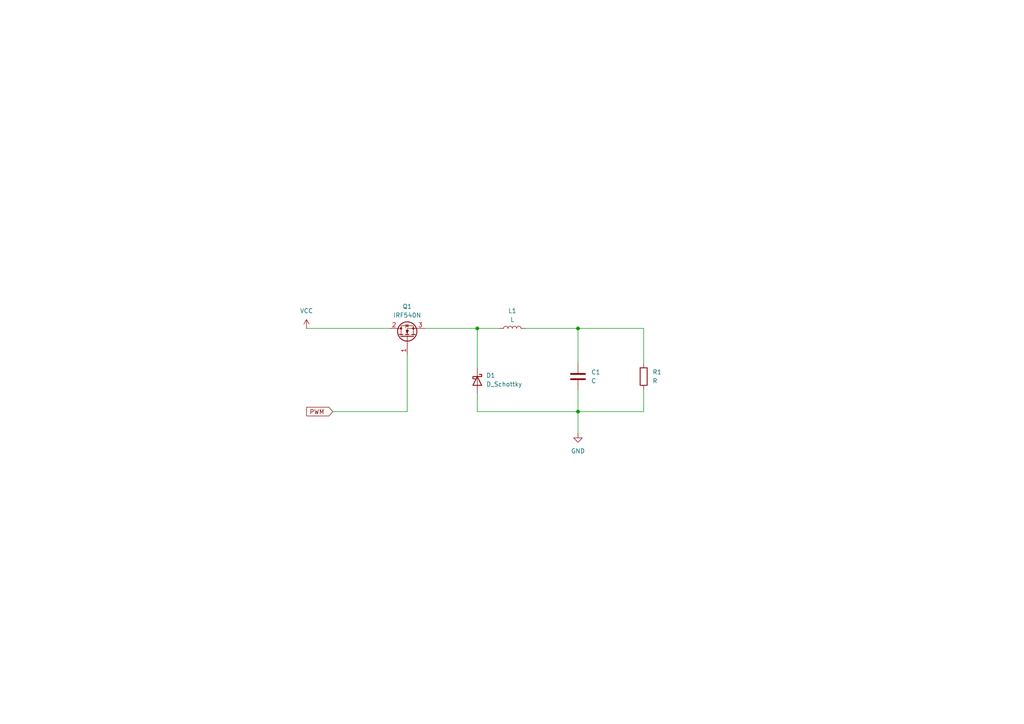
<source format=kicad_sch>
(kicad_sch
	(version 20231120)
	(generator "eeschema")
	(generator_version "8.0")
	(uuid "b0d36cf7-3d41-491b-9ba3-da7e4c676f04")
	(paper "A4")
	(lib_symbols
		(symbol "Device:C"
			(pin_numbers hide)
			(pin_names
				(offset 0.254)
			)
			(exclude_from_sim no)
			(in_bom yes)
			(on_board yes)
			(property "Reference" "C"
				(at 0.635 2.54 0)
				(effects
					(font
						(size 1.27 1.27)
					)
					(justify left)
				)
			)
			(property "Value" "C"
				(at 0.635 -2.54 0)
				(effects
					(font
						(size 1.27 1.27)
					)
					(justify left)
				)
			)
			(property "Footprint" ""
				(at 0.9652 -3.81 0)
				(effects
					(font
						(size 1.27 1.27)
					)
					(hide yes)
				)
			)
			(property "Datasheet" "~"
				(at 0 0 0)
				(effects
					(font
						(size 1.27 1.27)
					)
					(hide yes)
				)
			)
			(property "Description" "Unpolarized capacitor"
				(at 0 0 0)
				(effects
					(font
						(size 1.27 1.27)
					)
					(hide yes)
				)
			)
			(property "ki_keywords" "cap capacitor"
				(at 0 0 0)
				(effects
					(font
						(size 1.27 1.27)
					)
					(hide yes)
				)
			)
			(property "ki_fp_filters" "C_*"
				(at 0 0 0)
				(effects
					(font
						(size 1.27 1.27)
					)
					(hide yes)
				)
			)
			(symbol "C_0_1"
				(polyline
					(pts
						(xy -2.032 -0.762) (xy 2.032 -0.762)
					)
					(stroke
						(width 0.508)
						(type default)
					)
					(fill
						(type none)
					)
				)
				(polyline
					(pts
						(xy -2.032 0.762) (xy 2.032 0.762)
					)
					(stroke
						(width 0.508)
						(type default)
					)
					(fill
						(type none)
					)
				)
			)
			(symbol "C_1_1"
				(pin passive line
					(at 0 3.81 270)
					(length 2.794)
					(name "~"
						(effects
							(font
								(size 1.27 1.27)
							)
						)
					)
					(number "1"
						(effects
							(font
								(size 1.27 1.27)
							)
						)
					)
				)
				(pin passive line
					(at 0 -3.81 90)
					(length 2.794)
					(name "~"
						(effects
							(font
								(size 1.27 1.27)
							)
						)
					)
					(number "2"
						(effects
							(font
								(size 1.27 1.27)
							)
						)
					)
				)
			)
		)
		(symbol "Device:D_Schottky"
			(pin_numbers hide)
			(pin_names
				(offset 1.016) hide)
			(exclude_from_sim no)
			(in_bom yes)
			(on_board yes)
			(property "Reference" "D"
				(at 0 2.54 0)
				(effects
					(font
						(size 1.27 1.27)
					)
				)
			)
			(property "Value" "D_Schottky"
				(at 0 -2.54 0)
				(effects
					(font
						(size 1.27 1.27)
					)
				)
			)
			(property "Footprint" ""
				(at 0 0 0)
				(effects
					(font
						(size 1.27 1.27)
					)
					(hide yes)
				)
			)
			(property "Datasheet" "~"
				(at 0 0 0)
				(effects
					(font
						(size 1.27 1.27)
					)
					(hide yes)
				)
			)
			(property "Description" "Schottky diode"
				(at 0 0 0)
				(effects
					(font
						(size 1.27 1.27)
					)
					(hide yes)
				)
			)
			(property "ki_keywords" "diode Schottky"
				(at 0 0 0)
				(effects
					(font
						(size 1.27 1.27)
					)
					(hide yes)
				)
			)
			(property "ki_fp_filters" "TO-???* *_Diode_* *SingleDiode* D_*"
				(at 0 0 0)
				(effects
					(font
						(size 1.27 1.27)
					)
					(hide yes)
				)
			)
			(symbol "D_Schottky_0_1"
				(polyline
					(pts
						(xy 1.27 0) (xy -1.27 0)
					)
					(stroke
						(width 0)
						(type default)
					)
					(fill
						(type none)
					)
				)
				(polyline
					(pts
						(xy 1.27 1.27) (xy 1.27 -1.27) (xy -1.27 0) (xy 1.27 1.27)
					)
					(stroke
						(width 0.254)
						(type default)
					)
					(fill
						(type none)
					)
				)
				(polyline
					(pts
						(xy -1.905 0.635) (xy -1.905 1.27) (xy -1.27 1.27) (xy -1.27 -1.27) (xy -0.635 -1.27) (xy -0.635 -0.635)
					)
					(stroke
						(width 0.254)
						(type default)
					)
					(fill
						(type none)
					)
				)
			)
			(symbol "D_Schottky_1_1"
				(pin passive line
					(at -3.81 0 0)
					(length 2.54)
					(name "K"
						(effects
							(font
								(size 1.27 1.27)
							)
						)
					)
					(number "1"
						(effects
							(font
								(size 1.27 1.27)
							)
						)
					)
				)
				(pin passive line
					(at 3.81 0 180)
					(length 2.54)
					(name "A"
						(effects
							(font
								(size 1.27 1.27)
							)
						)
					)
					(number "2"
						(effects
							(font
								(size 1.27 1.27)
							)
						)
					)
				)
			)
		)
		(symbol "Device:L"
			(pin_numbers hide)
			(pin_names
				(offset 1.016) hide)
			(exclude_from_sim no)
			(in_bom yes)
			(on_board yes)
			(property "Reference" "L"
				(at -1.27 0 90)
				(effects
					(font
						(size 1.27 1.27)
					)
				)
			)
			(property "Value" "L"
				(at 1.905 0 90)
				(effects
					(font
						(size 1.27 1.27)
					)
				)
			)
			(property "Footprint" ""
				(at 0 0 0)
				(effects
					(font
						(size 1.27 1.27)
					)
					(hide yes)
				)
			)
			(property "Datasheet" "~"
				(at 0 0 0)
				(effects
					(font
						(size 1.27 1.27)
					)
					(hide yes)
				)
			)
			(property "Description" "Inductor"
				(at 0 0 0)
				(effects
					(font
						(size 1.27 1.27)
					)
					(hide yes)
				)
			)
			(property "ki_keywords" "inductor choke coil reactor magnetic"
				(at 0 0 0)
				(effects
					(font
						(size 1.27 1.27)
					)
					(hide yes)
				)
			)
			(property "ki_fp_filters" "Choke_* *Coil* Inductor_* L_*"
				(at 0 0 0)
				(effects
					(font
						(size 1.27 1.27)
					)
					(hide yes)
				)
			)
			(symbol "L_0_1"
				(arc
					(start 0 -2.54)
					(mid 0.6323 -1.905)
					(end 0 -1.27)
					(stroke
						(width 0)
						(type default)
					)
					(fill
						(type none)
					)
				)
				(arc
					(start 0 -1.27)
					(mid 0.6323 -0.635)
					(end 0 0)
					(stroke
						(width 0)
						(type default)
					)
					(fill
						(type none)
					)
				)
				(arc
					(start 0 0)
					(mid 0.6323 0.635)
					(end 0 1.27)
					(stroke
						(width 0)
						(type default)
					)
					(fill
						(type none)
					)
				)
				(arc
					(start 0 1.27)
					(mid 0.6323 1.905)
					(end 0 2.54)
					(stroke
						(width 0)
						(type default)
					)
					(fill
						(type none)
					)
				)
			)
			(symbol "L_1_1"
				(pin passive line
					(at 0 3.81 270)
					(length 1.27)
					(name "1"
						(effects
							(font
								(size 1.27 1.27)
							)
						)
					)
					(number "1"
						(effects
							(font
								(size 1.27 1.27)
							)
						)
					)
				)
				(pin passive line
					(at 0 -3.81 90)
					(length 1.27)
					(name "2"
						(effects
							(font
								(size 1.27 1.27)
							)
						)
					)
					(number "2"
						(effects
							(font
								(size 1.27 1.27)
							)
						)
					)
				)
			)
		)
		(symbol "Device:R"
			(pin_numbers hide)
			(pin_names
				(offset 0)
			)
			(exclude_from_sim no)
			(in_bom yes)
			(on_board yes)
			(property "Reference" "R"
				(at 2.032 0 90)
				(effects
					(font
						(size 1.27 1.27)
					)
				)
			)
			(property "Value" "R"
				(at 0 0 90)
				(effects
					(font
						(size 1.27 1.27)
					)
				)
			)
			(property "Footprint" ""
				(at -1.778 0 90)
				(effects
					(font
						(size 1.27 1.27)
					)
					(hide yes)
				)
			)
			(property "Datasheet" "~"
				(at 0 0 0)
				(effects
					(font
						(size 1.27 1.27)
					)
					(hide yes)
				)
			)
			(property "Description" "Resistor"
				(at 0 0 0)
				(effects
					(font
						(size 1.27 1.27)
					)
					(hide yes)
				)
			)
			(property "ki_keywords" "R res resistor"
				(at 0 0 0)
				(effects
					(font
						(size 1.27 1.27)
					)
					(hide yes)
				)
			)
			(property "ki_fp_filters" "R_*"
				(at 0 0 0)
				(effects
					(font
						(size 1.27 1.27)
					)
					(hide yes)
				)
			)
			(symbol "R_0_1"
				(rectangle
					(start -1.016 -2.54)
					(end 1.016 2.54)
					(stroke
						(width 0.254)
						(type default)
					)
					(fill
						(type none)
					)
				)
			)
			(symbol "R_1_1"
				(pin passive line
					(at 0 3.81 270)
					(length 1.27)
					(name "~"
						(effects
							(font
								(size 1.27 1.27)
							)
						)
					)
					(number "1"
						(effects
							(font
								(size 1.27 1.27)
							)
						)
					)
				)
				(pin passive line
					(at 0 -3.81 90)
					(length 1.27)
					(name "~"
						(effects
							(font
								(size 1.27 1.27)
							)
						)
					)
					(number "2"
						(effects
							(font
								(size 1.27 1.27)
							)
						)
					)
				)
			)
		)
		(symbol "Transistor_FET:IRF540N"
			(pin_names hide)
			(exclude_from_sim no)
			(in_bom yes)
			(on_board yes)
			(property "Reference" "Q"
				(at 5.08 1.905 0)
				(effects
					(font
						(size 1.27 1.27)
					)
					(justify left)
				)
			)
			(property "Value" "IRF540N"
				(at 5.08 0 0)
				(effects
					(font
						(size 1.27 1.27)
					)
					(justify left)
				)
			)
			(property "Footprint" "Package_TO_SOT_THT:TO-220-3_Vertical"
				(at 5.08 -1.905 0)
				(effects
					(font
						(size 1.27 1.27)
						(italic yes)
					)
					(justify left)
					(hide yes)
				)
			)
			(property "Datasheet" "http://www.irf.com/product-info/datasheets/data/irf540n.pdf"
				(at 5.08 -3.81 0)
				(effects
					(font
						(size 1.27 1.27)
					)
					(justify left)
					(hide yes)
				)
			)
			(property "Description" "33A Id, 100V Vds, HEXFET N-Channel MOSFET, TO-220"
				(at 0 0 0)
				(effects
					(font
						(size 1.27 1.27)
					)
					(hide yes)
				)
			)
			(property "ki_keywords" "HEXFET N-Channel MOSFET"
				(at 0 0 0)
				(effects
					(font
						(size 1.27 1.27)
					)
					(hide yes)
				)
			)
			(property "ki_fp_filters" "TO?220*"
				(at 0 0 0)
				(effects
					(font
						(size 1.27 1.27)
					)
					(hide yes)
				)
			)
			(symbol "IRF540N_0_1"
				(polyline
					(pts
						(xy 0.254 0) (xy -2.54 0)
					)
					(stroke
						(width 0)
						(type default)
					)
					(fill
						(type none)
					)
				)
				(polyline
					(pts
						(xy 0.254 1.905) (xy 0.254 -1.905)
					)
					(stroke
						(width 0.254)
						(type default)
					)
					(fill
						(type none)
					)
				)
				(polyline
					(pts
						(xy 0.762 -1.27) (xy 0.762 -2.286)
					)
					(stroke
						(width 0.254)
						(type default)
					)
					(fill
						(type none)
					)
				)
				(polyline
					(pts
						(xy 0.762 0.508) (xy 0.762 -0.508)
					)
					(stroke
						(width 0.254)
						(type default)
					)
					(fill
						(type none)
					)
				)
				(polyline
					(pts
						(xy 0.762 2.286) (xy 0.762 1.27)
					)
					(stroke
						(width 0.254)
						(type default)
					)
					(fill
						(type none)
					)
				)
				(polyline
					(pts
						(xy 2.54 2.54) (xy 2.54 1.778)
					)
					(stroke
						(width 0)
						(type default)
					)
					(fill
						(type none)
					)
				)
				(polyline
					(pts
						(xy 2.54 -2.54) (xy 2.54 0) (xy 0.762 0)
					)
					(stroke
						(width 0)
						(type default)
					)
					(fill
						(type none)
					)
				)
				(polyline
					(pts
						(xy 0.762 -1.778) (xy 3.302 -1.778) (xy 3.302 1.778) (xy 0.762 1.778)
					)
					(stroke
						(width 0)
						(type default)
					)
					(fill
						(type none)
					)
				)
				(polyline
					(pts
						(xy 1.016 0) (xy 2.032 0.381) (xy 2.032 -0.381) (xy 1.016 0)
					)
					(stroke
						(width 0)
						(type default)
					)
					(fill
						(type outline)
					)
				)
				(polyline
					(pts
						(xy 2.794 0.508) (xy 2.921 0.381) (xy 3.683 0.381) (xy 3.81 0.254)
					)
					(stroke
						(width 0)
						(type default)
					)
					(fill
						(type none)
					)
				)
				(polyline
					(pts
						(xy 3.302 0.381) (xy 2.921 -0.254) (xy 3.683 -0.254) (xy 3.302 0.381)
					)
					(stroke
						(width 0)
						(type default)
					)
					(fill
						(type none)
					)
				)
				(circle
					(center 1.651 0)
					(radius 2.794)
					(stroke
						(width 0.254)
						(type default)
					)
					(fill
						(type none)
					)
				)
				(circle
					(center 2.54 -1.778)
					(radius 0.254)
					(stroke
						(width 0)
						(type default)
					)
					(fill
						(type outline)
					)
				)
				(circle
					(center 2.54 1.778)
					(radius 0.254)
					(stroke
						(width 0)
						(type default)
					)
					(fill
						(type outline)
					)
				)
			)
			(symbol "IRF540N_1_1"
				(pin input line
					(at -5.08 0 0)
					(length 2.54)
					(name "G"
						(effects
							(font
								(size 1.27 1.27)
							)
						)
					)
					(number "1"
						(effects
							(font
								(size 1.27 1.27)
							)
						)
					)
				)
				(pin passive line
					(at 2.54 5.08 270)
					(length 2.54)
					(name "D"
						(effects
							(font
								(size 1.27 1.27)
							)
						)
					)
					(number "2"
						(effects
							(font
								(size 1.27 1.27)
							)
						)
					)
				)
				(pin passive line
					(at 2.54 -5.08 90)
					(length 2.54)
					(name "S"
						(effects
							(font
								(size 1.27 1.27)
							)
						)
					)
					(number "3"
						(effects
							(font
								(size 1.27 1.27)
							)
						)
					)
				)
			)
		)
		(symbol "power:GND"
			(power)
			(pin_numbers hide)
			(pin_names
				(offset 0) hide)
			(exclude_from_sim no)
			(in_bom yes)
			(on_board yes)
			(property "Reference" "#PWR"
				(at 0 -6.35 0)
				(effects
					(font
						(size 1.27 1.27)
					)
					(hide yes)
				)
			)
			(property "Value" "GND"
				(at 0 -3.81 0)
				(effects
					(font
						(size 1.27 1.27)
					)
				)
			)
			(property "Footprint" ""
				(at 0 0 0)
				(effects
					(font
						(size 1.27 1.27)
					)
					(hide yes)
				)
			)
			(property "Datasheet" ""
				(at 0 0 0)
				(effects
					(font
						(size 1.27 1.27)
					)
					(hide yes)
				)
			)
			(property "Description" "Power symbol creates a global label with name \"GND\" , ground"
				(at 0 0 0)
				(effects
					(font
						(size 1.27 1.27)
					)
					(hide yes)
				)
			)
			(property "ki_keywords" "global power"
				(at 0 0 0)
				(effects
					(font
						(size 1.27 1.27)
					)
					(hide yes)
				)
			)
			(symbol "GND_0_1"
				(polyline
					(pts
						(xy 0 0) (xy 0 -1.27) (xy 1.27 -1.27) (xy 0 -2.54) (xy -1.27 -1.27) (xy 0 -1.27)
					)
					(stroke
						(width 0)
						(type default)
					)
					(fill
						(type none)
					)
				)
			)
			(symbol "GND_1_1"
				(pin power_in line
					(at 0 0 270)
					(length 0)
					(name "~"
						(effects
							(font
								(size 1.27 1.27)
							)
						)
					)
					(number "1"
						(effects
							(font
								(size 1.27 1.27)
							)
						)
					)
				)
			)
		)
		(symbol "power:VCC"
			(power)
			(pin_numbers hide)
			(pin_names
				(offset 0) hide)
			(exclude_from_sim no)
			(in_bom yes)
			(on_board yes)
			(property "Reference" "#PWR"
				(at 0 -3.81 0)
				(effects
					(font
						(size 1.27 1.27)
					)
					(hide yes)
				)
			)
			(property "Value" "VCC"
				(at 0 3.556 0)
				(effects
					(font
						(size 1.27 1.27)
					)
				)
			)
			(property "Footprint" ""
				(at 0 0 0)
				(effects
					(font
						(size 1.27 1.27)
					)
					(hide yes)
				)
			)
			(property "Datasheet" ""
				(at 0 0 0)
				(effects
					(font
						(size 1.27 1.27)
					)
					(hide yes)
				)
			)
			(property "Description" "Power symbol creates a global label with name \"VCC\""
				(at 0 0 0)
				(effects
					(font
						(size 1.27 1.27)
					)
					(hide yes)
				)
			)
			(property "ki_keywords" "global power"
				(at 0 0 0)
				(effects
					(font
						(size 1.27 1.27)
					)
					(hide yes)
				)
			)
			(symbol "VCC_0_1"
				(polyline
					(pts
						(xy -0.762 1.27) (xy 0 2.54)
					)
					(stroke
						(width 0)
						(type default)
					)
					(fill
						(type none)
					)
				)
				(polyline
					(pts
						(xy 0 0) (xy 0 2.54)
					)
					(stroke
						(width 0)
						(type default)
					)
					(fill
						(type none)
					)
				)
				(polyline
					(pts
						(xy 0 2.54) (xy 0.762 1.27)
					)
					(stroke
						(width 0)
						(type default)
					)
					(fill
						(type none)
					)
				)
			)
			(symbol "VCC_1_1"
				(pin power_in line
					(at 0 0 90)
					(length 0)
					(name "~"
						(effects
							(font
								(size 1.27 1.27)
							)
						)
					)
					(number "1"
						(effects
							(font
								(size 1.27 1.27)
							)
						)
					)
				)
			)
		)
	)
	(junction
		(at 138.43 95.25)
		(diameter 0)
		(color 0 0 0 0)
		(uuid "21f3ed51-f16a-40f1-a4aa-5e8458f46ff2")
	)
	(junction
		(at 167.64 95.25)
		(diameter 0)
		(color 0 0 0 0)
		(uuid "86512aa0-00ec-4ed7-a06f-2efb992cd0d6")
	)
	(junction
		(at 167.64 119.38)
		(diameter 0)
		(color 0 0 0 0)
		(uuid "cde95ded-fdf2-4311-8a3c-0ca904701eb7")
	)
	(wire
		(pts
			(xy 167.64 113.03) (xy 167.64 119.38)
		)
		(stroke
			(width 0)
			(type default)
		)
		(uuid "03eb434c-bff0-4294-8fab-00530a683146")
	)
	(wire
		(pts
			(xy 138.43 119.38) (xy 167.64 119.38)
		)
		(stroke
			(width 0)
			(type default)
		)
		(uuid "2f2a2c9a-1438-41d7-b64e-91918ea1106a")
	)
	(wire
		(pts
			(xy 152.4 95.25) (xy 167.64 95.25)
		)
		(stroke
			(width 0)
			(type default)
		)
		(uuid "32b9c038-30cd-4425-a49a-f5046743e1da")
	)
	(wire
		(pts
			(xy 138.43 95.25) (xy 138.43 106.68)
		)
		(stroke
			(width 0)
			(type default)
		)
		(uuid "41632390-4206-4f80-a6a9-3235fcd125aa")
	)
	(wire
		(pts
			(xy 138.43 114.3) (xy 138.43 119.38)
		)
		(stroke
			(width 0)
			(type default)
		)
		(uuid "48bf7703-6629-4c5d-aea5-01008432a18f")
	)
	(wire
		(pts
			(xy 167.64 95.25) (xy 186.69 95.25)
		)
		(stroke
			(width 0)
			(type default)
		)
		(uuid "4a194a88-d1ab-48c2-af14-e19c7b82e025")
	)
	(wire
		(pts
			(xy 167.64 119.38) (xy 167.64 125.73)
		)
		(stroke
			(width 0)
			(type default)
		)
		(uuid "4e6e9f92-33b4-4bd0-8294-9cc362b498b2")
	)
	(wire
		(pts
			(xy 186.69 95.25) (xy 186.69 105.41)
		)
		(stroke
			(width 0)
			(type default)
		)
		(uuid "8027a486-45e9-481f-8229-1c44c442ac47")
	)
	(wire
		(pts
			(xy 88.9 95.25) (xy 113.03 95.25)
		)
		(stroke
			(width 0)
			(type default)
		)
		(uuid "8cdeb45d-5d4f-4b21-b730-dcec3cd805e1")
	)
	(wire
		(pts
			(xy 123.19 95.25) (xy 138.43 95.25)
		)
		(stroke
			(width 0)
			(type default)
		)
		(uuid "8d7e6c10-5db4-4925-b033-a48ca0de4e09")
	)
	(wire
		(pts
			(xy 96.52 119.38) (xy 118.11 119.38)
		)
		(stroke
			(width 0)
			(type default)
		)
		(uuid "8f8252d1-c498-44a5-aa05-b44faa026f32")
	)
	(wire
		(pts
			(xy 186.69 119.38) (xy 186.69 113.03)
		)
		(stroke
			(width 0)
			(type default)
		)
		(uuid "b3ad0da4-a781-4ffa-98ae-cf70912d111e")
	)
	(wire
		(pts
			(xy 138.43 95.25) (xy 144.78 95.25)
		)
		(stroke
			(width 0)
			(type default)
		)
		(uuid "bef31aff-719e-4ec0-adb6-2b22793be734")
	)
	(wire
		(pts
			(xy 167.64 119.38) (xy 186.69 119.38)
		)
		(stroke
			(width 0)
			(type default)
		)
		(uuid "d5802545-95b0-44ba-b228-5229eb81dffb")
	)
	(wire
		(pts
			(xy 167.64 95.25) (xy 167.64 105.41)
		)
		(stroke
			(width 0)
			(type default)
		)
		(uuid "ec76db34-0fb2-40c6-8726-1684659a45c7")
	)
	(wire
		(pts
			(xy 118.11 119.38) (xy 118.11 102.87)
		)
		(stroke
			(width 0)
			(type default)
		)
		(uuid "f77c9b72-836b-446b-ba7b-e947b63397e4")
	)
	(global_label "PWM "
		(shape input)
		(at 96.52 119.38 180)
		(fields_autoplaced yes)
		(effects
			(font
				(size 1.27 1.27)
			)
			(justify right)
		)
		(uuid "d13a9ebd-1194-460a-aaf0-4e85085e9f39")
		(property "Intersheetrefs" "${INTERSHEET_REFS}"
			(at 88.3944 119.38 0)
			(effects
				(font
					(size 1.27 1.27)
				)
				(justify right)
				(hide yes)
			)
		)
	)
	(symbol
		(lib_id "Device:D_Schottky")
		(at 138.43 110.49 270)
		(unit 1)
		(exclude_from_sim no)
		(in_bom yes)
		(on_board yes)
		(dnp no)
		(fields_autoplaced yes)
		(uuid "33090bc4-e3c1-42d2-a273-1391f14f1e09")
		(property "Reference" "D1"
			(at 140.97 108.9024 90)
			(effects
				(font
					(size 1.27 1.27)
				)
				(justify left)
			)
		)
		(property "Value" "D_Schottky"
			(at 140.97 111.4424 90)
			(effects
				(font
					(size 1.27 1.27)
				)
				(justify left)
			)
		)
		(property "Footprint" ""
			(at 138.43 110.49 0)
			(effects
				(font
					(size 1.27 1.27)
				)
				(hide yes)
			)
		)
		(property "Datasheet" "~"
			(at 138.43 110.49 0)
			(effects
				(font
					(size 1.27 1.27)
				)
				(hide yes)
			)
		)
		(property "Description" "Schottky diode"
			(at 138.43 110.49 0)
			(effects
				(font
					(size 1.27 1.27)
				)
				(hide yes)
			)
		)
		(pin "2"
			(uuid "dca5d9d3-6a37-4f46-bb52-b8da382816b2")
		)
		(pin "1"
			(uuid "e0f964b8-8b97-4eb5-887c-232a03ea7b16")
		)
		(instances
			(project ""
				(path "/b0d36cf7-3d41-491b-9ba3-da7e4c676f04"
					(reference "D1")
					(unit 1)
				)
			)
		)
	)
	(symbol
		(lib_id "Device:L")
		(at 148.59 95.25 90)
		(unit 1)
		(exclude_from_sim no)
		(in_bom yes)
		(on_board yes)
		(dnp no)
		(fields_autoplaced yes)
		(uuid "474f816c-31de-4e77-bfa6-8aaf671cc48f")
		(property "Reference" "L1"
			(at 148.59 90.17 90)
			(effects
				(font
					(size 1.27 1.27)
				)
			)
		)
		(property "Value" "L"
			(at 148.59 92.71 90)
			(effects
				(font
					(size 1.27 1.27)
				)
			)
		)
		(property "Footprint" ""
			(at 148.59 95.25 0)
			(effects
				(font
					(size 1.27 1.27)
				)
				(hide yes)
			)
		)
		(property "Datasheet" "~"
			(at 148.59 95.25 0)
			(effects
				(font
					(size 1.27 1.27)
				)
				(hide yes)
			)
		)
		(property "Description" "Inductor"
			(at 148.59 95.25 0)
			(effects
				(font
					(size 1.27 1.27)
				)
				(hide yes)
			)
		)
		(pin "2"
			(uuid "2abe594b-ee2f-48bb-ab98-198443f3b4b4")
		)
		(pin "1"
			(uuid "37793d62-fc16-46d3-a93c-f9fda3a933b3")
		)
		(instances
			(project ""
				(path "/b0d36cf7-3d41-491b-9ba3-da7e4c676f04"
					(reference "L1")
					(unit 1)
				)
			)
		)
	)
	(symbol
		(lib_id "Transistor_FET:IRF540N")
		(at 118.11 97.79 90)
		(unit 1)
		(exclude_from_sim no)
		(in_bom yes)
		(on_board yes)
		(dnp no)
		(fields_autoplaced yes)
		(uuid "64f4172b-456c-451a-aa7b-a8b93af0ff55")
		(property "Reference" "Q1"
			(at 118.11 88.9 90)
			(effects
				(font
					(size 1.27 1.27)
				)
			)
		)
		(property "Value" "IRF540N"
			(at 118.11 91.44 90)
			(effects
				(font
					(size 1.27 1.27)
				)
			)
		)
		(property "Footprint" "Package_TO_SOT_THT:TO-220-3_Vertical"
			(at 120.015 92.71 0)
			(effects
				(font
					(size 1.27 1.27)
					(italic yes)
				)
				(justify left)
				(hide yes)
			)
		)
		(property "Datasheet" "http://www.irf.com/product-info/datasheets/data/irf540n.pdf"
			(at 121.92 92.71 0)
			(effects
				(font
					(size 1.27 1.27)
				)
				(justify left)
				(hide yes)
			)
		)
		(property "Description" "33A Id, 100V Vds, HEXFET N-Channel MOSFET, TO-220"
			(at 118.11 97.79 0)
			(effects
				(font
					(size 1.27 1.27)
				)
				(hide yes)
			)
		)
		(pin "1"
			(uuid "2509410d-bb8e-4241-9480-849814a7cab6")
		)
		(pin "3"
			(uuid "19a4f43b-3514-4cc1-8b5f-eeaeb00f6c1d")
		)
		(pin "2"
			(uuid "9e5acd59-1a77-41bc-b12e-8d7469312bb2")
		)
		(instances
			(project ""
				(path "/b0d36cf7-3d41-491b-9ba3-da7e4c676f04"
					(reference "Q1")
					(unit 1)
				)
			)
		)
	)
	(symbol
		(lib_id "power:GND")
		(at 167.64 125.73 0)
		(unit 1)
		(exclude_from_sim no)
		(in_bom yes)
		(on_board yes)
		(dnp no)
		(fields_autoplaced yes)
		(uuid "738cef9e-debd-4fd1-8ad8-8259666d45b0")
		(property "Reference" "#PWR02"
			(at 167.64 132.08 0)
			(effects
				(font
					(size 1.27 1.27)
				)
				(hide yes)
			)
		)
		(property "Value" "GND"
			(at 167.64 130.81 0)
			(effects
				(font
					(size 1.27 1.27)
				)
			)
		)
		(property "Footprint" ""
			(at 167.64 125.73 0)
			(effects
				(font
					(size 1.27 1.27)
				)
				(hide yes)
			)
		)
		(property "Datasheet" ""
			(at 167.64 125.73 0)
			(effects
				(font
					(size 1.27 1.27)
				)
				(hide yes)
			)
		)
		(property "Description" "Power symbol creates a global label with name \"GND\" , ground"
			(at 167.64 125.73 0)
			(effects
				(font
					(size 1.27 1.27)
				)
				(hide yes)
			)
		)
		(pin "1"
			(uuid "6c234075-521b-4cf1-b083-2fa74034094f")
		)
		(instances
			(project ""
				(path "/b0d36cf7-3d41-491b-9ba3-da7e4c676f04"
					(reference "#PWR02")
					(unit 1)
				)
			)
		)
	)
	(symbol
		(lib_id "Device:C")
		(at 167.64 109.22 0)
		(unit 1)
		(exclude_from_sim no)
		(in_bom yes)
		(on_board yes)
		(dnp no)
		(fields_autoplaced yes)
		(uuid "a7f7583d-5e43-4836-87d2-ab84ee6da3f0")
		(property "Reference" "C1"
			(at 171.45 107.9499 0)
			(effects
				(font
					(size 1.27 1.27)
				)
				(justify left)
			)
		)
		(property "Value" "C"
			(at 171.45 110.4899 0)
			(effects
				(font
					(size 1.27 1.27)
				)
				(justify left)
			)
		)
		(property "Footprint" ""
			(at 168.6052 113.03 0)
			(effects
				(font
					(size 1.27 1.27)
				)
				(hide yes)
			)
		)
		(property "Datasheet" "~"
			(at 167.64 109.22 0)
			(effects
				(font
					(size 1.27 1.27)
				)
				(hide yes)
			)
		)
		(property "Description" "Unpolarized capacitor"
			(at 167.64 109.22 0)
			(effects
				(font
					(size 1.27 1.27)
				)
				(hide yes)
			)
		)
		(pin "2"
			(uuid "c159c420-f44e-4d82-bbe0-738921356b85")
		)
		(pin "1"
			(uuid "e40d7102-9fe2-4987-9105-f52425079dd5")
		)
		(instances
			(project ""
				(path "/b0d36cf7-3d41-491b-9ba3-da7e4c676f04"
					(reference "C1")
					(unit 1)
				)
			)
		)
	)
	(symbol
		(lib_id "Device:R")
		(at 186.69 109.22 0)
		(unit 1)
		(exclude_from_sim no)
		(in_bom yes)
		(on_board yes)
		(dnp no)
		(fields_autoplaced yes)
		(uuid "e53e4f25-d579-49d8-87aa-9491aa25d3eb")
		(property "Reference" "R1"
			(at 189.23 107.9499 0)
			(effects
				(font
					(size 1.27 1.27)
				)
				(justify left)
			)
		)
		(property "Value" "R"
			(at 189.23 110.4899 0)
			(effects
				(font
					(size 1.27 1.27)
				)
				(justify left)
			)
		)
		(property "Footprint" ""
			(at 184.912 109.22 90)
			(effects
				(font
					(size 1.27 1.27)
				)
				(hide yes)
			)
		)
		(property "Datasheet" "~"
			(at 186.69 109.22 0)
			(effects
				(font
					(size 1.27 1.27)
				)
				(hide yes)
			)
		)
		(property "Description" "Resistor"
			(at 186.69 109.22 0)
			(effects
				(font
					(size 1.27 1.27)
				)
				(hide yes)
			)
		)
		(pin "1"
			(uuid "e7b27c32-6530-4652-aec5-95ea296ce672")
		)
		(pin "2"
			(uuid "9280e35a-3e96-4fbb-ad0a-bafd09e9ad99")
		)
		(instances
			(project ""
				(path "/b0d36cf7-3d41-491b-9ba3-da7e4c676f04"
					(reference "R1")
					(unit 1)
				)
			)
		)
	)
	(symbol
		(lib_id "power:VCC")
		(at 88.9 95.25 0)
		(unit 1)
		(exclude_from_sim no)
		(in_bom yes)
		(on_board yes)
		(dnp no)
		(fields_autoplaced yes)
		(uuid "e5ad04c0-76cc-4c2d-970d-9e54b328d3c7")
		(property "Reference" "#PWR01"
			(at 88.9 99.06 0)
			(effects
				(font
					(size 1.27 1.27)
				)
				(hide yes)
			)
		)
		(property "Value" "VCC"
			(at 88.9 90.17 0)
			(effects
				(font
					(size 1.27 1.27)
				)
			)
		)
		(property "Footprint" ""
			(at 88.9 95.25 0)
			(effects
				(font
					(size 1.27 1.27)
				)
				(hide yes)
			)
		)
		(property "Datasheet" ""
			(at 88.9 95.25 0)
			(effects
				(font
					(size 1.27 1.27)
				)
				(hide yes)
			)
		)
		(property "Description" "Power symbol creates a global label with name \"VCC\""
			(at 88.9 95.25 0)
			(effects
				(font
					(size 1.27 1.27)
				)
				(hide yes)
			)
		)
		(pin "1"
			(uuid "d9296546-5fb7-462a-99af-1c287d40602f")
		)
		(instances
			(project ""
				(path "/b0d36cf7-3d41-491b-9ba3-da7e4c676f04"
					(reference "#PWR01")
					(unit 1)
				)
			)
		)
	)
	(sheet_instances
		(path "/"
			(page "1")
		)
	)
)

</source>
